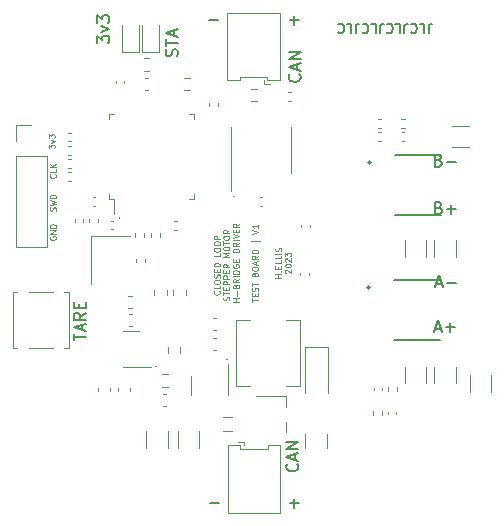
<source format=gbr>
%TF.GenerationSoftware,KiCad,Pcbnew,(6.0.6)*%
%TF.CreationDate,2023-03-01T01:58:39-05:00*%
%TF.ProjectId,Driver-Board,44726976-6572-42d4-926f-6172642e6b69,rev?*%
%TF.SameCoordinates,Original*%
%TF.FileFunction,Legend,Top*%
%TF.FilePolarity,Positive*%
%FSLAX46Y46*%
G04 Gerber Fmt 4.6, Leading zero omitted, Abs format (unit mm)*
G04 Created by KiCad (PCBNEW (6.0.6)) date 2023-03-01 01:58:39*
%MOMM*%
%LPD*%
G01*
G04 APERTURE LIST*
%ADD10C,0.150000*%
%ADD11C,0.125000*%
%ADD12C,0.120000*%
%ADD13C,0.127000*%
%ADD14C,0.200000*%
G04 APERTURE END LIST*
D10*
X96895238Y-70138095D02*
X96895238Y-69566666D01*
X96933333Y-69452380D01*
X97009523Y-69376190D01*
X97123809Y-69338095D01*
X97200000Y-69338095D01*
X96133333Y-69338095D02*
X96514285Y-69338095D01*
X96514285Y-70138095D01*
X95409523Y-69414285D02*
X95447619Y-69376190D01*
X95561904Y-69338095D01*
X95638095Y-69338095D01*
X95752380Y-69376190D01*
X95828571Y-69452380D01*
X95866666Y-69528571D01*
X95904761Y-69680952D01*
X95904761Y-69795238D01*
X95866666Y-69947619D01*
X95828571Y-70023809D01*
X95752380Y-70100000D01*
X95638095Y-70138095D01*
X95561904Y-70138095D01*
X95447619Y-70100000D01*
X95409523Y-70061904D01*
X94838095Y-70138095D02*
X94838095Y-69566666D01*
X94876190Y-69452380D01*
X94952380Y-69376190D01*
X95066666Y-69338095D01*
X95142857Y-69338095D01*
X94076190Y-69338095D02*
X94457142Y-69338095D01*
X94457142Y-70138095D01*
X93352380Y-69414285D02*
X93390476Y-69376190D01*
X93504761Y-69338095D01*
X93580952Y-69338095D01*
X93695238Y-69376190D01*
X93771428Y-69452380D01*
X93809523Y-69528571D01*
X93847619Y-69680952D01*
X93847619Y-69795238D01*
X93809523Y-69947619D01*
X93771428Y-70023809D01*
X93695238Y-70100000D01*
X93580952Y-70138095D01*
X93504761Y-70138095D01*
X93390476Y-70100000D01*
X93352380Y-70061904D01*
X92780952Y-70138095D02*
X92780952Y-69566666D01*
X92819047Y-69452380D01*
X92895238Y-69376190D01*
X93009523Y-69338095D01*
X93085714Y-69338095D01*
X92019047Y-69338095D02*
X92400000Y-69338095D01*
X92400000Y-70138095D01*
X91295238Y-69414285D02*
X91333333Y-69376190D01*
X91447619Y-69338095D01*
X91523809Y-69338095D01*
X91638095Y-69376190D01*
X91714285Y-69452380D01*
X91752380Y-69528571D01*
X91790476Y-69680952D01*
X91790476Y-69795238D01*
X91752380Y-69947619D01*
X91714285Y-70023809D01*
X91638095Y-70100000D01*
X91523809Y-70138095D01*
X91447619Y-70138095D01*
X91333333Y-70100000D01*
X91295238Y-70061904D01*
X90723809Y-70138095D02*
X90723809Y-69566666D01*
X90761904Y-69452380D01*
X90838095Y-69376190D01*
X90952380Y-69338095D01*
X91028571Y-69338095D01*
X89961904Y-69338095D02*
X90342857Y-69338095D01*
X90342857Y-70138095D01*
X89238095Y-69414285D02*
X89276190Y-69376190D01*
X89390476Y-69338095D01*
X89466666Y-69338095D01*
X89580952Y-69376190D01*
X89657142Y-69452380D01*
X89695238Y-69528571D01*
X89733333Y-69680952D01*
X89733333Y-69795238D01*
X89695238Y-69947619D01*
X89657142Y-70023809D01*
X89580952Y-70100000D01*
X89466666Y-70138095D01*
X89390476Y-70138095D01*
X89276190Y-70100000D01*
X89238095Y-70061904D01*
D11*
X84423690Y-90850000D02*
X83923690Y-90850000D01*
X84161785Y-90850000D02*
X84161785Y-90564285D01*
X84423690Y-90564285D02*
X83923690Y-90564285D01*
X84376071Y-90326190D02*
X84399880Y-90302380D01*
X84423690Y-90326190D01*
X84399880Y-90350000D01*
X84376071Y-90326190D01*
X84423690Y-90326190D01*
X84161785Y-90088095D02*
X84161785Y-89921428D01*
X84423690Y-89850000D02*
X84423690Y-90088095D01*
X83923690Y-90088095D01*
X83923690Y-89850000D01*
X84423690Y-89397619D02*
X84423690Y-89635714D01*
X83923690Y-89635714D01*
X84423690Y-88992857D02*
X84423690Y-89230952D01*
X83923690Y-89230952D01*
X84423690Y-88826190D02*
X83923690Y-88826190D01*
X84399880Y-88611904D02*
X84423690Y-88540476D01*
X84423690Y-88421428D01*
X84399880Y-88373809D01*
X84376071Y-88350000D01*
X84328452Y-88326190D01*
X84280833Y-88326190D01*
X84233214Y-88350000D01*
X84209404Y-88373809D01*
X84185595Y-88421428D01*
X84161785Y-88516666D01*
X84137976Y-88564285D01*
X84114166Y-88588095D01*
X84066547Y-88611904D01*
X84018928Y-88611904D01*
X83971309Y-88588095D01*
X83947500Y-88564285D01*
X83923690Y-88516666D01*
X83923690Y-88397619D01*
X83947500Y-88326190D01*
X84776309Y-90457142D02*
X84752500Y-90433333D01*
X84728690Y-90385714D01*
X84728690Y-90266666D01*
X84752500Y-90219047D01*
X84776309Y-90195238D01*
X84823928Y-90171428D01*
X84871547Y-90171428D01*
X84942976Y-90195238D01*
X85228690Y-90480952D01*
X85228690Y-90171428D01*
X84728690Y-89861904D02*
X84728690Y-89814285D01*
X84752500Y-89766666D01*
X84776309Y-89742857D01*
X84823928Y-89719047D01*
X84919166Y-89695238D01*
X85038214Y-89695238D01*
X85133452Y-89719047D01*
X85181071Y-89742857D01*
X85204880Y-89766666D01*
X85228690Y-89814285D01*
X85228690Y-89861904D01*
X85204880Y-89909523D01*
X85181071Y-89933333D01*
X85133452Y-89957142D01*
X85038214Y-89980952D01*
X84919166Y-89980952D01*
X84823928Y-89957142D01*
X84776309Y-89933333D01*
X84752500Y-89909523D01*
X84728690Y-89861904D01*
X84776309Y-89504761D02*
X84752500Y-89480952D01*
X84728690Y-89433333D01*
X84728690Y-89314285D01*
X84752500Y-89266666D01*
X84776309Y-89242857D01*
X84823928Y-89219047D01*
X84871547Y-89219047D01*
X84942976Y-89242857D01*
X85228690Y-89528571D01*
X85228690Y-89219047D01*
X84728690Y-89052380D02*
X84728690Y-88742857D01*
X84919166Y-88909523D01*
X84919166Y-88838095D01*
X84942976Y-88790476D01*
X84966785Y-88766666D01*
X85014404Y-88742857D01*
X85133452Y-88742857D01*
X85181071Y-88766666D01*
X85204880Y-88790476D01*
X85228690Y-88838095D01*
X85228690Y-88980952D01*
X85204880Y-89028571D01*
X85181071Y-89052380D01*
X79168571Y-91980952D02*
X79192380Y-92004761D01*
X79216190Y-92076190D01*
X79216190Y-92123809D01*
X79192380Y-92195238D01*
X79144761Y-92242857D01*
X79097142Y-92266666D01*
X79001904Y-92290476D01*
X78930476Y-92290476D01*
X78835238Y-92266666D01*
X78787619Y-92242857D01*
X78740000Y-92195238D01*
X78716190Y-92123809D01*
X78716190Y-92076190D01*
X78740000Y-92004761D01*
X78763809Y-91980952D01*
X79216190Y-91528571D02*
X79216190Y-91766666D01*
X78716190Y-91766666D01*
X78716190Y-91266666D02*
X78716190Y-91171428D01*
X78740000Y-91123809D01*
X78787619Y-91076190D01*
X78882857Y-91052380D01*
X79049523Y-91052380D01*
X79144761Y-91076190D01*
X79192380Y-91123809D01*
X79216190Y-91171428D01*
X79216190Y-91266666D01*
X79192380Y-91314285D01*
X79144761Y-91361904D01*
X79049523Y-91385714D01*
X78882857Y-91385714D01*
X78787619Y-91361904D01*
X78740000Y-91314285D01*
X78716190Y-91266666D01*
X79192380Y-90861904D02*
X79216190Y-90790476D01*
X79216190Y-90671428D01*
X79192380Y-90623809D01*
X79168571Y-90600000D01*
X79120952Y-90576190D01*
X79073333Y-90576190D01*
X79025714Y-90600000D01*
X79001904Y-90623809D01*
X78978095Y-90671428D01*
X78954285Y-90766666D01*
X78930476Y-90814285D01*
X78906666Y-90838095D01*
X78859047Y-90861904D01*
X78811428Y-90861904D01*
X78763809Y-90838095D01*
X78740000Y-90814285D01*
X78716190Y-90766666D01*
X78716190Y-90647619D01*
X78740000Y-90576190D01*
X78954285Y-90361904D02*
X78954285Y-90195238D01*
X79216190Y-90123809D02*
X79216190Y-90361904D01*
X78716190Y-90361904D01*
X78716190Y-90123809D01*
X79216190Y-89909523D02*
X78716190Y-89909523D01*
X78716190Y-89790476D01*
X78740000Y-89719047D01*
X78787619Y-89671428D01*
X78835238Y-89647619D01*
X78930476Y-89623809D01*
X79001904Y-89623809D01*
X79097142Y-89647619D01*
X79144761Y-89671428D01*
X79192380Y-89719047D01*
X79216190Y-89790476D01*
X79216190Y-89909523D01*
X79216190Y-88790476D02*
X79216190Y-89028571D01*
X78716190Y-89028571D01*
X78716190Y-88528571D02*
X78716190Y-88433333D01*
X78740000Y-88385714D01*
X78787619Y-88338095D01*
X78882857Y-88314285D01*
X79049523Y-88314285D01*
X79144761Y-88338095D01*
X79192380Y-88385714D01*
X79216190Y-88433333D01*
X79216190Y-88528571D01*
X79192380Y-88576190D01*
X79144761Y-88623809D01*
X79049523Y-88647619D01*
X78882857Y-88647619D01*
X78787619Y-88623809D01*
X78740000Y-88576190D01*
X78716190Y-88528571D01*
X78716190Y-88004761D02*
X78716190Y-87909523D01*
X78740000Y-87861904D01*
X78787619Y-87814285D01*
X78882857Y-87790476D01*
X79049523Y-87790476D01*
X79144761Y-87814285D01*
X79192380Y-87861904D01*
X79216190Y-87909523D01*
X79216190Y-88004761D01*
X79192380Y-88052380D01*
X79144761Y-88100000D01*
X79049523Y-88123809D01*
X78882857Y-88123809D01*
X78787619Y-88100000D01*
X78740000Y-88052380D01*
X78716190Y-88004761D01*
X79216190Y-87576190D02*
X78716190Y-87576190D01*
X78716190Y-87385714D01*
X78740000Y-87338095D01*
X78763809Y-87314285D01*
X78811428Y-87290476D01*
X78882857Y-87290476D01*
X78930476Y-87314285D01*
X78954285Y-87338095D01*
X78978095Y-87385714D01*
X78978095Y-87576190D01*
X79997380Y-92766666D02*
X80021190Y-92695238D01*
X80021190Y-92576190D01*
X79997380Y-92528571D01*
X79973571Y-92504761D01*
X79925952Y-92480952D01*
X79878333Y-92480952D01*
X79830714Y-92504761D01*
X79806904Y-92528571D01*
X79783095Y-92576190D01*
X79759285Y-92671428D01*
X79735476Y-92719047D01*
X79711666Y-92742857D01*
X79664047Y-92766666D01*
X79616428Y-92766666D01*
X79568809Y-92742857D01*
X79545000Y-92719047D01*
X79521190Y-92671428D01*
X79521190Y-92552380D01*
X79545000Y-92480952D01*
X79521190Y-92338095D02*
X79521190Y-92052380D01*
X80021190Y-92195238D02*
X79521190Y-92195238D01*
X79759285Y-91885714D02*
X79759285Y-91719047D01*
X80021190Y-91647619D02*
X80021190Y-91885714D01*
X79521190Y-91885714D01*
X79521190Y-91647619D01*
X80021190Y-91433333D02*
X79521190Y-91433333D01*
X79521190Y-91242857D01*
X79545000Y-91195238D01*
X79568809Y-91171428D01*
X79616428Y-91147619D01*
X79687857Y-91147619D01*
X79735476Y-91171428D01*
X79759285Y-91195238D01*
X79783095Y-91242857D01*
X79783095Y-91433333D01*
X80021190Y-90933333D02*
X79521190Y-90933333D01*
X79521190Y-90742857D01*
X79545000Y-90695238D01*
X79568809Y-90671428D01*
X79616428Y-90647619D01*
X79687857Y-90647619D01*
X79735476Y-90671428D01*
X79759285Y-90695238D01*
X79783095Y-90742857D01*
X79783095Y-90933333D01*
X79759285Y-90433333D02*
X79759285Y-90266666D01*
X80021190Y-90195238D02*
X80021190Y-90433333D01*
X79521190Y-90433333D01*
X79521190Y-90195238D01*
X80021190Y-89695238D02*
X79783095Y-89861904D01*
X80021190Y-89980952D02*
X79521190Y-89980952D01*
X79521190Y-89790476D01*
X79545000Y-89742857D01*
X79568809Y-89719047D01*
X79616428Y-89695238D01*
X79687857Y-89695238D01*
X79735476Y-89719047D01*
X79759285Y-89742857D01*
X79783095Y-89790476D01*
X79783095Y-89980952D01*
X80021190Y-89100000D02*
X79521190Y-89100000D01*
X79878333Y-88933333D01*
X79521190Y-88766666D01*
X80021190Y-88766666D01*
X79521190Y-88433333D02*
X79521190Y-88338095D01*
X79545000Y-88290476D01*
X79592619Y-88242857D01*
X79687857Y-88219047D01*
X79854523Y-88219047D01*
X79949761Y-88242857D01*
X79997380Y-88290476D01*
X80021190Y-88338095D01*
X80021190Y-88433333D01*
X79997380Y-88480952D01*
X79949761Y-88528571D01*
X79854523Y-88552380D01*
X79687857Y-88552380D01*
X79592619Y-88528571D01*
X79545000Y-88480952D01*
X79521190Y-88433333D01*
X79521190Y-88076190D02*
X79521190Y-87790476D01*
X80021190Y-87933333D02*
X79521190Y-87933333D01*
X79521190Y-87528571D02*
X79521190Y-87433333D01*
X79545000Y-87385714D01*
X79592619Y-87338095D01*
X79687857Y-87314285D01*
X79854523Y-87314285D01*
X79949761Y-87338095D01*
X79997380Y-87385714D01*
X80021190Y-87433333D01*
X80021190Y-87528571D01*
X79997380Y-87576190D01*
X79949761Y-87623809D01*
X79854523Y-87647619D01*
X79687857Y-87647619D01*
X79592619Y-87623809D01*
X79545000Y-87576190D01*
X79521190Y-87528571D01*
X80021190Y-86814285D02*
X79783095Y-86980952D01*
X80021190Y-87100000D02*
X79521190Y-87100000D01*
X79521190Y-86909523D01*
X79545000Y-86861904D01*
X79568809Y-86838095D01*
X79616428Y-86814285D01*
X79687857Y-86814285D01*
X79735476Y-86838095D01*
X79759285Y-86861904D01*
X79783095Y-86909523D01*
X79783095Y-87100000D01*
X80826190Y-92897619D02*
X80326190Y-92897619D01*
X80564285Y-92897619D02*
X80564285Y-92611904D01*
X80826190Y-92611904D02*
X80326190Y-92611904D01*
X80635714Y-92373809D02*
X80635714Y-91992857D01*
X80564285Y-91588095D02*
X80588095Y-91516666D01*
X80611904Y-91492857D01*
X80659523Y-91469047D01*
X80730952Y-91469047D01*
X80778571Y-91492857D01*
X80802380Y-91516666D01*
X80826190Y-91564285D01*
X80826190Y-91754761D01*
X80326190Y-91754761D01*
X80326190Y-91588095D01*
X80350000Y-91540476D01*
X80373809Y-91516666D01*
X80421428Y-91492857D01*
X80469047Y-91492857D01*
X80516666Y-91516666D01*
X80540476Y-91540476D01*
X80564285Y-91588095D01*
X80564285Y-91754761D01*
X80826190Y-90969047D02*
X80588095Y-91135714D01*
X80826190Y-91254761D02*
X80326190Y-91254761D01*
X80326190Y-91064285D01*
X80350000Y-91016666D01*
X80373809Y-90992857D01*
X80421428Y-90969047D01*
X80492857Y-90969047D01*
X80540476Y-90992857D01*
X80564285Y-91016666D01*
X80588095Y-91064285D01*
X80588095Y-91254761D01*
X80826190Y-90754761D02*
X80326190Y-90754761D01*
X80826190Y-90516666D02*
X80326190Y-90516666D01*
X80326190Y-90397619D01*
X80350000Y-90326190D01*
X80397619Y-90278571D01*
X80445238Y-90254761D01*
X80540476Y-90230952D01*
X80611904Y-90230952D01*
X80707142Y-90254761D01*
X80754761Y-90278571D01*
X80802380Y-90326190D01*
X80826190Y-90397619D01*
X80826190Y-90516666D01*
X80350000Y-89754761D02*
X80326190Y-89802380D01*
X80326190Y-89873809D01*
X80350000Y-89945238D01*
X80397619Y-89992857D01*
X80445238Y-90016666D01*
X80540476Y-90040476D01*
X80611904Y-90040476D01*
X80707142Y-90016666D01*
X80754761Y-89992857D01*
X80802380Y-89945238D01*
X80826190Y-89873809D01*
X80826190Y-89826190D01*
X80802380Y-89754761D01*
X80778571Y-89730952D01*
X80611904Y-89730952D01*
X80611904Y-89826190D01*
X80564285Y-89516666D02*
X80564285Y-89350000D01*
X80826190Y-89278571D02*
X80826190Y-89516666D01*
X80326190Y-89516666D01*
X80326190Y-89278571D01*
X80826190Y-88683333D02*
X80326190Y-88683333D01*
X80326190Y-88564285D01*
X80350000Y-88492857D01*
X80397619Y-88445238D01*
X80445238Y-88421428D01*
X80540476Y-88397619D01*
X80611904Y-88397619D01*
X80707142Y-88421428D01*
X80754761Y-88445238D01*
X80802380Y-88492857D01*
X80826190Y-88564285D01*
X80826190Y-88683333D01*
X80826190Y-87897619D02*
X80588095Y-88064285D01*
X80826190Y-88183333D02*
X80326190Y-88183333D01*
X80326190Y-87992857D01*
X80350000Y-87945238D01*
X80373809Y-87921428D01*
X80421428Y-87897619D01*
X80492857Y-87897619D01*
X80540476Y-87921428D01*
X80564285Y-87945238D01*
X80588095Y-87992857D01*
X80588095Y-88183333D01*
X80826190Y-87683333D02*
X80326190Y-87683333D01*
X80326190Y-87516666D02*
X80826190Y-87350000D01*
X80326190Y-87183333D01*
X80564285Y-87016666D02*
X80564285Y-86850000D01*
X80826190Y-86778571D02*
X80826190Y-87016666D01*
X80326190Y-87016666D01*
X80326190Y-86778571D01*
X80826190Y-86278571D02*
X80588095Y-86445238D01*
X80826190Y-86564285D02*
X80326190Y-86564285D01*
X80326190Y-86373809D01*
X80350000Y-86326190D01*
X80373809Y-86302380D01*
X80421428Y-86278571D01*
X80492857Y-86278571D01*
X80540476Y-86302380D01*
X80564285Y-86326190D01*
X80588095Y-86373809D01*
X80588095Y-86564285D01*
X81936190Y-92885714D02*
X81936190Y-92600000D01*
X82436190Y-92742857D02*
X81936190Y-92742857D01*
X82174285Y-92433333D02*
X82174285Y-92266666D01*
X82436190Y-92195238D02*
X82436190Y-92433333D01*
X81936190Y-92433333D01*
X81936190Y-92195238D01*
X82412380Y-92004761D02*
X82436190Y-91933333D01*
X82436190Y-91814285D01*
X82412380Y-91766666D01*
X82388571Y-91742857D01*
X82340952Y-91719047D01*
X82293333Y-91719047D01*
X82245714Y-91742857D01*
X82221904Y-91766666D01*
X82198095Y-91814285D01*
X82174285Y-91909523D01*
X82150476Y-91957142D01*
X82126666Y-91980952D01*
X82079047Y-92004761D01*
X82031428Y-92004761D01*
X81983809Y-91980952D01*
X81960000Y-91957142D01*
X81936190Y-91909523D01*
X81936190Y-91790476D01*
X81960000Y-91719047D01*
X81936190Y-91576190D02*
X81936190Y-91290476D01*
X82436190Y-91433333D02*
X81936190Y-91433333D01*
X82174285Y-90576190D02*
X82198095Y-90504761D01*
X82221904Y-90480952D01*
X82269523Y-90457142D01*
X82340952Y-90457142D01*
X82388571Y-90480952D01*
X82412380Y-90504761D01*
X82436190Y-90552380D01*
X82436190Y-90742857D01*
X81936190Y-90742857D01*
X81936190Y-90576190D01*
X81960000Y-90528571D01*
X81983809Y-90504761D01*
X82031428Y-90480952D01*
X82079047Y-90480952D01*
X82126666Y-90504761D01*
X82150476Y-90528571D01*
X82174285Y-90576190D01*
X82174285Y-90742857D01*
X81936190Y-90147619D02*
X81936190Y-90052380D01*
X81960000Y-90004761D01*
X82007619Y-89957142D01*
X82102857Y-89933333D01*
X82269523Y-89933333D01*
X82364761Y-89957142D01*
X82412380Y-90004761D01*
X82436190Y-90052380D01*
X82436190Y-90147619D01*
X82412380Y-90195238D01*
X82364761Y-90242857D01*
X82269523Y-90266666D01*
X82102857Y-90266666D01*
X82007619Y-90242857D01*
X81960000Y-90195238D01*
X81936190Y-90147619D01*
X82293333Y-89742857D02*
X82293333Y-89504761D01*
X82436190Y-89790476D02*
X81936190Y-89623809D01*
X82436190Y-89457142D01*
X82436190Y-89004761D02*
X82198095Y-89171428D01*
X82436190Y-89290476D02*
X81936190Y-89290476D01*
X81936190Y-89100000D01*
X81960000Y-89052380D01*
X81983809Y-89028571D01*
X82031428Y-89004761D01*
X82102857Y-89004761D01*
X82150476Y-89028571D01*
X82174285Y-89052380D01*
X82198095Y-89100000D01*
X82198095Y-89290476D01*
X82436190Y-88790476D02*
X81936190Y-88790476D01*
X81936190Y-88671428D01*
X81960000Y-88600000D01*
X82007619Y-88552380D01*
X82055238Y-88528571D01*
X82150476Y-88504761D01*
X82221904Y-88504761D01*
X82317142Y-88528571D01*
X82364761Y-88552380D01*
X82412380Y-88600000D01*
X82436190Y-88671428D01*
X82436190Y-88790476D01*
X82602857Y-87790476D02*
X81888571Y-87790476D01*
X81936190Y-87123809D02*
X82436190Y-86957142D01*
X81936190Y-86790476D01*
X82436190Y-86361904D02*
X82436190Y-86647619D01*
X82436190Y-86504761D02*
X81936190Y-86504761D01*
X82007619Y-86552380D01*
X82055238Y-86600000D01*
X82079047Y-86647619D01*
D10*
X97752380Y-80928571D02*
X97895238Y-80976190D01*
X97942857Y-81023809D01*
X97990476Y-81119047D01*
X97990476Y-81261904D01*
X97942857Y-81357142D01*
X97895238Y-81404761D01*
X97800000Y-81452380D01*
X97419047Y-81452380D01*
X97419047Y-80452380D01*
X97752380Y-80452380D01*
X97847619Y-80500000D01*
X97895238Y-80547619D01*
X97942857Y-80642857D01*
X97942857Y-80738095D01*
X97895238Y-80833333D01*
X97847619Y-80880952D01*
X97752380Y-80928571D01*
X97419047Y-80928571D01*
X98419047Y-81071428D02*
X99180952Y-81071428D01*
X97752380Y-84928571D02*
X97895238Y-84976190D01*
X97942857Y-85023809D01*
X97990476Y-85119047D01*
X97990476Y-85261904D01*
X97942857Y-85357142D01*
X97895238Y-85404761D01*
X97800000Y-85452380D01*
X97419047Y-85452380D01*
X97419047Y-84452380D01*
X97752380Y-84452380D01*
X97847619Y-84500000D01*
X97895238Y-84547619D01*
X97942857Y-84642857D01*
X97942857Y-84738095D01*
X97895238Y-84833333D01*
X97847619Y-84880952D01*
X97752380Y-84928571D01*
X97419047Y-84928571D01*
X98419047Y-85071428D02*
X99180952Y-85071428D01*
X98800000Y-85452380D02*
X98800000Y-84690476D01*
X97542857Y-91366666D02*
X98019047Y-91366666D01*
X97447619Y-91652380D02*
X97780952Y-90652380D01*
X98114285Y-91652380D01*
X98447619Y-91271428D02*
X99209523Y-91271428D01*
X97442857Y-95166666D02*
X97919047Y-95166666D01*
X97347619Y-95452380D02*
X97680952Y-94452380D01*
X98014285Y-95452380D01*
X98347619Y-95071428D02*
X99109523Y-95071428D01*
X98728571Y-95452380D02*
X98728571Y-94690476D01*
D11*
X64726190Y-79895238D02*
X64726190Y-79585714D01*
X64916666Y-79752380D01*
X64916666Y-79680952D01*
X64940476Y-79633333D01*
X64964285Y-79609523D01*
X65011904Y-79585714D01*
X65130952Y-79585714D01*
X65178571Y-79609523D01*
X65202380Y-79633333D01*
X65226190Y-79680952D01*
X65226190Y-79823809D01*
X65202380Y-79871428D01*
X65178571Y-79895238D01*
X64892857Y-79419047D02*
X65226190Y-79300000D01*
X64892857Y-79180952D01*
X64726190Y-79038095D02*
X64726190Y-78728571D01*
X64916666Y-78895238D01*
X64916666Y-78823809D01*
X64940476Y-78776190D01*
X64964285Y-78752380D01*
X65011904Y-78728571D01*
X65130952Y-78728571D01*
X65178571Y-78752380D01*
X65202380Y-78776190D01*
X65226190Y-78823809D01*
X65226190Y-78966666D01*
X65202380Y-79014285D01*
X65178571Y-79038095D01*
X65278571Y-82097619D02*
X65302380Y-82121428D01*
X65326190Y-82192857D01*
X65326190Y-82240476D01*
X65302380Y-82311904D01*
X65254761Y-82359523D01*
X65207142Y-82383333D01*
X65111904Y-82407142D01*
X65040476Y-82407142D01*
X64945238Y-82383333D01*
X64897619Y-82359523D01*
X64850000Y-82311904D01*
X64826190Y-82240476D01*
X64826190Y-82192857D01*
X64850000Y-82121428D01*
X64873809Y-82097619D01*
X65326190Y-81645238D02*
X65326190Y-81883333D01*
X64826190Y-81883333D01*
X65326190Y-81478571D02*
X64826190Y-81478571D01*
X65326190Y-81192857D02*
X65040476Y-81407142D01*
X64826190Y-81192857D02*
X65111904Y-81478571D01*
X65302380Y-85178571D02*
X65326190Y-85107142D01*
X65326190Y-84988095D01*
X65302380Y-84940476D01*
X65278571Y-84916666D01*
X65230952Y-84892857D01*
X65183333Y-84892857D01*
X65135714Y-84916666D01*
X65111904Y-84940476D01*
X65088095Y-84988095D01*
X65064285Y-85083333D01*
X65040476Y-85130952D01*
X65016666Y-85154761D01*
X64969047Y-85178571D01*
X64921428Y-85178571D01*
X64873809Y-85154761D01*
X64850000Y-85130952D01*
X64826190Y-85083333D01*
X64826190Y-84964285D01*
X64850000Y-84892857D01*
X64826190Y-84726190D02*
X65326190Y-84607142D01*
X64969047Y-84511904D01*
X65326190Y-84416666D01*
X64826190Y-84297619D01*
X65326190Y-84107142D02*
X64826190Y-84107142D01*
X64826190Y-83988095D01*
X64850000Y-83916666D01*
X64897619Y-83869047D01*
X64945238Y-83845238D01*
X65040476Y-83821428D01*
X65111904Y-83821428D01*
X65207142Y-83845238D01*
X65254761Y-83869047D01*
X65302380Y-83916666D01*
X65326190Y-83988095D01*
X65326190Y-84107142D01*
X64850000Y-87380952D02*
X64826190Y-87428571D01*
X64826190Y-87500000D01*
X64850000Y-87571428D01*
X64897619Y-87619047D01*
X64945238Y-87642857D01*
X65040476Y-87666666D01*
X65111904Y-87666666D01*
X65207142Y-87642857D01*
X65254761Y-87619047D01*
X65302380Y-87571428D01*
X65326190Y-87500000D01*
X65326190Y-87452380D01*
X65302380Y-87380952D01*
X65278571Y-87357142D01*
X65111904Y-87357142D01*
X65111904Y-87452380D01*
X65326190Y-87142857D02*
X64826190Y-87142857D01*
X65326190Y-86857142D01*
X64826190Y-86857142D01*
X65326190Y-86619047D02*
X64826190Y-86619047D01*
X64826190Y-86500000D01*
X64850000Y-86428571D01*
X64897619Y-86380952D01*
X64945238Y-86357142D01*
X65040476Y-86333333D01*
X65111904Y-86333333D01*
X65207142Y-86357142D01*
X65254761Y-86380952D01*
X65302380Y-86428571D01*
X65326190Y-86500000D01*
X65326190Y-86619047D01*
D10*
X78319047Y-69071428D02*
X79080952Y-69071428D01*
X78419047Y-109971428D02*
X79180952Y-109971428D01*
X85119047Y-69071428D02*
X85880952Y-69071428D01*
X85500000Y-69452380D02*
X85500000Y-68690476D01*
X85119047Y-109971428D02*
X85880952Y-109971428D01*
X85500000Y-110352380D02*
X85500000Y-109590476D01*
X80400001Y-84000000D02*
G75*
G03*
X80400001Y-84000000I-1J0D01*
G01*
X79800001Y-97800000D02*
G75*
G03*
X79800001Y-97800000I-1J0D01*
G01*
X73800001Y-98400000D02*
G75*
G03*
X73800001Y-98400000I-1J0D01*
G01*
X70700001Y-85800000D02*
G75*
G03*
X70700001Y-85800000I-1J0D01*
G01*
X66852380Y-96166666D02*
X66852380Y-95595238D01*
X67852380Y-95880952D02*
X66852380Y-95880952D01*
X67566666Y-95309523D02*
X67566666Y-94833333D01*
X67852380Y-95404761D02*
X66852380Y-95071428D01*
X67852380Y-94738095D01*
X67852380Y-93833333D02*
X67376190Y-94166666D01*
X67852380Y-94404761D02*
X66852380Y-94404761D01*
X66852380Y-94023809D01*
X66900000Y-93928571D01*
X66947619Y-93880952D01*
X67042857Y-93833333D01*
X67185714Y-93833333D01*
X67280952Y-93880952D01*
X67328571Y-93928571D01*
X67376190Y-94023809D01*
X67376190Y-94404761D01*
X67328571Y-93404761D02*
X67328571Y-93071428D01*
X67852380Y-92928571D02*
X67852380Y-93404761D01*
X66852380Y-93404761D01*
X66852380Y-92928571D01*
X75604761Y-72095238D02*
X75652380Y-71952380D01*
X75652380Y-71714285D01*
X75604761Y-71619047D01*
X75557142Y-71571428D01*
X75461904Y-71523809D01*
X75366666Y-71523809D01*
X75271428Y-71571428D01*
X75223809Y-71619047D01*
X75176190Y-71714285D01*
X75128571Y-71904761D01*
X75080952Y-72000000D01*
X75033333Y-72047619D01*
X74938095Y-72095238D01*
X74842857Y-72095238D01*
X74747619Y-72047619D01*
X74700000Y-72000000D01*
X74652380Y-71904761D01*
X74652380Y-71666666D01*
X74700000Y-71523809D01*
X74652380Y-71238095D02*
X74652380Y-70666666D01*
X75652380Y-70952380D02*
X74652380Y-70952380D01*
X75366666Y-70380952D02*
X75366666Y-69904761D01*
X75652380Y-70476190D02*
X74652380Y-70142857D01*
X75652380Y-69809523D01*
X68852380Y-70990476D02*
X68852380Y-70371428D01*
X69233333Y-70704761D01*
X69233333Y-70561904D01*
X69280952Y-70466666D01*
X69328571Y-70419047D01*
X69423809Y-70371428D01*
X69661904Y-70371428D01*
X69757142Y-70419047D01*
X69804761Y-70466666D01*
X69852380Y-70561904D01*
X69852380Y-70847619D01*
X69804761Y-70942857D01*
X69757142Y-70990476D01*
X69185714Y-70038095D02*
X69852380Y-69800000D01*
X69185714Y-69561904D01*
X68852380Y-69276190D02*
X68852380Y-68657142D01*
X69233333Y-68990476D01*
X69233333Y-68847619D01*
X69280952Y-68752380D01*
X69328571Y-68704761D01*
X69423809Y-68657142D01*
X69661904Y-68657142D01*
X69757142Y-68704761D01*
X69804761Y-68752380D01*
X69852380Y-68847619D01*
X69852380Y-69133333D01*
X69804761Y-69228571D01*
X69757142Y-69276190D01*
X85757142Y-106642857D02*
X85804761Y-106690476D01*
X85852380Y-106833333D01*
X85852380Y-106928571D01*
X85804761Y-107071428D01*
X85709523Y-107166666D01*
X85614285Y-107214285D01*
X85423809Y-107261904D01*
X85280952Y-107261904D01*
X85090476Y-107214285D01*
X84995238Y-107166666D01*
X84900000Y-107071428D01*
X84852380Y-106928571D01*
X84852380Y-106833333D01*
X84900000Y-106690476D01*
X84947619Y-106642857D01*
X85566666Y-106261904D02*
X85566666Y-105785714D01*
X85852380Y-106357142D02*
X84852380Y-106023809D01*
X85852380Y-105690476D01*
X85852380Y-105357142D02*
X84852380Y-105357142D01*
X85852380Y-104785714D01*
X84852380Y-104785714D01*
X85957142Y-73642857D02*
X86004761Y-73690476D01*
X86052380Y-73833333D01*
X86052380Y-73928571D01*
X86004761Y-74071428D01*
X85909523Y-74166666D01*
X85814285Y-74214285D01*
X85623809Y-74261904D01*
X85480952Y-74261904D01*
X85290476Y-74214285D01*
X85195238Y-74166666D01*
X85100000Y-74071428D01*
X85052380Y-73928571D01*
X85052380Y-73833333D01*
X85100000Y-73690476D01*
X85147619Y-73642857D01*
X85766666Y-73261904D02*
X85766666Y-72785714D01*
X86052380Y-73357142D02*
X85052380Y-73023809D01*
X86052380Y-72690476D01*
X86052380Y-72357142D02*
X85052380Y-72357142D01*
X86052380Y-71785714D01*
X85052380Y-71785714D01*
D12*
%TO.C,R19*%
X76212742Y-73927500D02*
X76687258Y-73927500D01*
X76212742Y-74972500D02*
X76687258Y-74972500D01*
%TO.C,R4*%
X66653641Y-79670000D02*
X66346359Y-79670000D01*
X66653641Y-80430000D02*
X66346359Y-80430000D01*
%TO.C,C13*%
X68657836Y-84760000D02*
X68442164Y-84760000D01*
X68657836Y-84040000D02*
X68442164Y-84040000D01*
%TO.C,C5*%
X69910000Y-100159420D02*
X69910000Y-100440580D01*
X68890000Y-100159420D02*
X68890000Y-100440580D01*
%TO.C,C3*%
X71765580Y-93890000D02*
X71484420Y-93890000D01*
X71765580Y-94910000D02*
X71484420Y-94910000D01*
%TO.C,C28*%
X92960000Y-100407836D02*
X92960000Y-100192164D01*
X92240000Y-100407836D02*
X92240000Y-100192164D01*
%TO.C,R9*%
X81862742Y-75922500D02*
X82337258Y-75922500D01*
X81862742Y-74877500D02*
X82337258Y-74877500D01*
%TO.C,U7*%
X77060000Y-84210000D02*
X76610000Y-84210000D01*
X70290000Y-84210000D02*
X70290000Y-85500000D01*
X77060000Y-76990000D02*
X76610000Y-76990000D01*
X69840000Y-84210000D02*
X70290000Y-84210000D01*
X69840000Y-83760000D02*
X69840000Y-84210000D01*
X77060000Y-83760000D02*
X77060000Y-84210000D01*
X77060000Y-77440000D02*
X77060000Y-76990000D01*
X69840000Y-76990000D02*
X70290000Y-76990000D01*
X69840000Y-77440000D02*
X69840000Y-76990000D01*
%TO.C,F1*%
X86440000Y-105302064D02*
X86440000Y-104097936D01*
X88260000Y-105302064D02*
X88260000Y-104097936D01*
%TO.C,C29*%
X92827836Y-78160000D02*
X92612164Y-78160000D01*
X92827836Y-77440000D02*
X92612164Y-77440000D01*
%TO.C,C8*%
X74409420Y-100740000D02*
X74690580Y-100740000D01*
X74409420Y-101760000D02*
X74690580Y-101760000D01*
%TO.C,J3*%
X80910000Y-74160000D02*
X79840000Y-74160000D01*
X84310000Y-68440000D02*
X82075000Y-68440000D01*
X83240000Y-74160000D02*
X84310000Y-74160000D01*
X82075000Y-73860000D02*
X83240000Y-73860000D01*
X83240000Y-73860000D02*
X83240000Y-74160000D01*
X82075000Y-73860000D02*
X80910000Y-73860000D01*
X84310000Y-74160000D02*
X84310000Y-68440000D01*
X80910000Y-73860000D02*
X80910000Y-74160000D01*
X79840000Y-68440000D02*
X82075000Y-68440000D01*
X82950000Y-74150000D02*
X82950000Y-74450000D01*
X82950000Y-74450000D02*
X83450000Y-74450000D01*
X79840000Y-74160000D02*
X79840000Y-68440000D01*
%TO.C,R5*%
X66653641Y-80820000D02*
X66346359Y-80820000D01*
X66653641Y-81580000D02*
X66346359Y-81580000D01*
%TO.C,C21*%
X86760000Y-90422164D02*
X86760000Y-90637836D01*
X86040000Y-90422164D02*
X86040000Y-90637836D01*
%TO.C,R12*%
X66346359Y-82680000D02*
X66653641Y-82680000D01*
X66346359Y-81920000D02*
X66653641Y-81920000D01*
%TO.C,R18*%
X94566359Y-77420000D02*
X94873641Y-77420000D01*
X94566359Y-78180000D02*
X94873641Y-78180000D01*
%TO.C,C17*%
X68140000Y-85892164D02*
X68140000Y-86107836D01*
X68860000Y-85892164D02*
X68860000Y-86107836D01*
%TO.C,C10*%
X78609420Y-97010000D02*
X78890580Y-97010000D01*
X78609420Y-95990000D02*
X78890580Y-95990000D01*
D13*
%TO.C,U6*%
X94032500Y-80475000D02*
X97932500Y-80475000D01*
X94032500Y-85525000D02*
X97932500Y-85525000D01*
D14*
X91982500Y-81095000D02*
G75*
G03*
X91982500Y-81095000I-100000J0D01*
G01*
D12*
%TO.C,C16*%
X75342164Y-86090000D02*
X75557836Y-86090000D01*
X75342164Y-86810000D02*
X75557836Y-86810000D01*
%TO.C,R14*%
X94180000Y-100453641D02*
X94180000Y-100146359D01*
X93420000Y-100453641D02*
X93420000Y-100146359D01*
%TO.C,C19*%
X72860000Y-89292164D02*
X72860000Y-89507836D01*
X72140000Y-89292164D02*
X72140000Y-89507836D01*
%TO.C,U2*%
X71700000Y-98460000D02*
X73375000Y-98460000D01*
X71700000Y-95340000D02*
X72350000Y-95340000D01*
X71700000Y-98460000D02*
X71050000Y-98460000D01*
X71700000Y-95340000D02*
X71050000Y-95340000D01*
%TO.C,C11*%
X84992164Y-75140000D02*
X85207836Y-75140000D01*
X84992164Y-75860000D02*
X85207836Y-75860000D01*
%TO.C,C6*%
X66372164Y-79310000D02*
X66587836Y-79310000D01*
X66372164Y-78590000D02*
X66587836Y-78590000D01*
%TO.C,C20*%
X86090000Y-86607836D02*
X86090000Y-86392164D01*
X86810000Y-86607836D02*
X86810000Y-86392164D01*
%TO.C,J2*%
X81225000Y-105050000D02*
X81225000Y-104750000D01*
X83265000Y-105040000D02*
X84335000Y-105040000D01*
X79865000Y-110760000D02*
X82100000Y-110760000D01*
X81225000Y-104750000D02*
X80725000Y-104750000D01*
X82100000Y-105340000D02*
X83265000Y-105340000D01*
X80935000Y-105040000D02*
X79865000Y-105040000D01*
X80935000Y-105340000D02*
X80935000Y-105040000D01*
X83265000Y-105340000D02*
X83265000Y-105040000D01*
X84335000Y-105040000D02*
X84335000Y-110760000D01*
X82100000Y-105340000D02*
X80935000Y-105340000D01*
X84335000Y-110760000D02*
X82100000Y-110760000D01*
X79865000Y-105040000D02*
X79865000Y-110760000D01*
%TO.C,D1*%
X86400000Y-96750000D02*
X86400000Y-100650000D01*
X88400000Y-96750000D02*
X88400000Y-100650000D01*
X88400000Y-96750000D02*
X86400000Y-96750000D01*
%TO.C,C4*%
X71610000Y-100159420D02*
X71610000Y-100440580D01*
X70590000Y-100159420D02*
X70590000Y-100440580D01*
%TO.C,R2*%
X73677500Y-92337258D02*
X73677500Y-91862742D01*
X74722500Y-92337258D02*
X74722500Y-91862742D01*
%TO.C,C7*%
X78890580Y-94290000D02*
X78609420Y-94290000D01*
X78890580Y-95310000D02*
X78609420Y-95310000D01*
%TO.C,R15*%
X102210000Y-99072936D02*
X102210000Y-100527064D01*
X100390000Y-99072936D02*
X100390000Y-100527064D01*
%TO.C,D3*%
X74085000Y-71785000D02*
X74085000Y-69500000D01*
X72615000Y-69500000D02*
X72615000Y-71785000D01*
X72615000Y-71785000D02*
X74085000Y-71785000D01*
%TO.C,C18*%
X70207836Y-86040000D02*
X69992164Y-86040000D01*
X70207836Y-86760000D02*
X69992164Y-86760000D01*
%TO.C,D2*%
X72385000Y-71785000D02*
X72385000Y-69500000D01*
X70915000Y-71785000D02*
X72385000Y-71785000D01*
X70915000Y-69500000D02*
X70915000Y-71785000D01*
%TO.C,R7*%
X74827500Y-97237258D02*
X74827500Y-96762742D01*
X75872500Y-97237258D02*
X75872500Y-96762742D01*
%TO.C,U3*%
X85260000Y-80050000D02*
X85260000Y-82000000D01*
X80140000Y-80050000D02*
X80140000Y-83500000D01*
X80140000Y-80050000D02*
X80140000Y-78100000D01*
X85260000Y-80050000D02*
X85260000Y-78100000D01*
%TO.C,C2*%
X71740580Y-93410000D02*
X71459420Y-93410000D01*
X71740580Y-92390000D02*
X71459420Y-92390000D01*
%TO.C,C26*%
X99210000Y-98388748D02*
X99210000Y-99811252D01*
X97390000Y-98388748D02*
X97390000Y-99811252D01*
%TO.C,R11*%
X74130000Y-87403641D02*
X74130000Y-87096359D01*
X73370000Y-87403641D02*
X73370000Y-87096359D01*
D13*
%TO.C,U5*%
X93950000Y-96125000D02*
X97850000Y-96125000D01*
X93950000Y-91075000D02*
X97850000Y-91075000D01*
D14*
X91900000Y-91695000D02*
G75*
G03*
X91900000Y-91695000I-100000J0D01*
G01*
D12*
%TO.C,R13*%
X92220000Y-102453641D02*
X92220000Y-102146359D01*
X92980000Y-102453641D02*
X92980000Y-102146359D01*
%TO.C,C14*%
X71110000Y-74407836D02*
X71110000Y-74192164D01*
X70390000Y-74407836D02*
X70390000Y-74192164D01*
%TO.C,R3*%
X77460000Y-105277064D02*
X77460000Y-103822936D01*
X75640000Y-105277064D02*
X75640000Y-103822936D01*
%TO.C,FB1*%
X79450378Y-103810000D02*
X80249622Y-103810000D01*
X79450378Y-102690000D02*
X80249622Y-102690000D01*
%TO.C,Q1*%
X84850000Y-100850000D02*
X84850000Y-101800000D01*
X82250000Y-100850000D02*
X84850000Y-100850000D01*
X84850000Y-103100000D02*
X84850000Y-103900000D01*
%TO.C,C24*%
X96710000Y-98388748D02*
X96710000Y-99811252D01*
X94890000Y-98388748D02*
X94890000Y-99811252D01*
%TO.C,C15*%
X78340000Y-76307836D02*
X78340000Y-76092164D01*
X79060000Y-76307836D02*
X79060000Y-76092164D01*
%TO.C,C9*%
X82807836Y-84760000D02*
X82592164Y-84760000D01*
X82807836Y-84040000D02*
X82592164Y-84040000D01*
%TO.C,C23*%
X97390000Y-87688748D02*
X97390000Y-89111252D01*
X99210000Y-87688748D02*
X99210000Y-89111252D01*
%TO.C,R8*%
X72762742Y-73322500D02*
X73237258Y-73322500D01*
X72762742Y-72277500D02*
X73237258Y-72277500D01*
%TO.C,L1*%
X80600000Y-94450000D02*
X81750000Y-94450000D01*
X86000000Y-94450000D02*
X84850000Y-94450000D01*
X86000000Y-100050000D02*
X84850000Y-100050000D01*
X80600000Y-94450000D02*
X80600000Y-100050000D01*
X80600000Y-100050000D02*
X81750000Y-100050000D01*
X86000000Y-94450000D02*
X86000000Y-100050000D01*
%TO.C,Y1*%
X68350000Y-87350000D02*
X68350000Y-91350000D01*
X71650000Y-87350000D02*
X68350000Y-87350000D01*
%TO.C,C30*%
X94612164Y-79260000D02*
X94827836Y-79260000D01*
X94612164Y-78540000D02*
X94827836Y-78540000D01*
%TO.C,R6*%
X74312742Y-100072500D02*
X74787258Y-100072500D01*
X74312742Y-99027500D02*
X74787258Y-99027500D01*
%TO.C,SW1*%
X65080000Y-96820000D02*
X63020000Y-96820000D01*
X66420000Y-96820000D02*
X66020000Y-96820000D01*
X61680000Y-96820000D02*
X61680000Y-92080000D01*
X61680000Y-96820000D02*
X62080000Y-96820000D01*
X66420000Y-92080000D02*
X66020000Y-92080000D01*
X66420000Y-96820000D02*
X66420000Y-92080000D01*
X65080000Y-92080000D02*
X63020000Y-92080000D01*
X61680000Y-92080000D02*
X62080000Y-92080000D01*
%TO.C,R17*%
X92566359Y-79280000D02*
X92873641Y-79280000D01*
X92566359Y-78520000D02*
X92873641Y-78520000D01*
%TO.C,C1*%
X72990000Y-105261252D02*
X72990000Y-103838748D01*
X74810000Y-105261252D02*
X74810000Y-103838748D01*
%TO.C,J1*%
X64580000Y-80550000D02*
X64580000Y-88230000D01*
X61920000Y-79280000D02*
X61920000Y-77950000D01*
X61920000Y-80550000D02*
X61920000Y-88230000D01*
X61920000Y-77950000D02*
X63250000Y-77950000D01*
X61920000Y-80550000D02*
X64580000Y-80550000D01*
X61920000Y-88230000D02*
X64580000Y-88230000D01*
%TO.C,U1*%
X76790000Y-99950000D02*
X76790000Y-100750000D01*
X76790000Y-99950000D02*
X76790000Y-99150000D01*
X79910000Y-99950000D02*
X79910000Y-98150000D01*
X79910000Y-99950000D02*
X79910000Y-100750000D01*
%TO.C,R10*%
X72070000Y-87096359D02*
X72070000Y-87403641D01*
X72830000Y-87096359D02*
X72830000Y-87403641D01*
%TO.C,C12*%
X72859420Y-74960000D02*
X73140580Y-74960000D01*
X72859420Y-73940000D02*
X73140580Y-73940000D01*
%TO.C,R1*%
X76322500Y-92337258D02*
X76322500Y-91862742D01*
X75277500Y-92337258D02*
X75277500Y-91862742D01*
%TO.C,C27*%
X94160000Y-102192164D02*
X94160000Y-102407836D01*
X93440000Y-102192164D02*
X93440000Y-102407836D01*
%TO.C,C25*%
X94890000Y-87688748D02*
X94890000Y-89111252D01*
X96710000Y-87688748D02*
X96710000Y-89111252D01*
%TO.C,R16*%
X98872936Y-77990000D02*
X100327064Y-77990000D01*
X98872936Y-79810000D02*
X100327064Y-79810000D01*
%TO.C,C22*%
X66940000Y-85892164D02*
X66940000Y-86107836D01*
X67660000Y-85892164D02*
X67660000Y-86107836D01*
%TD*%
M02*

</source>
